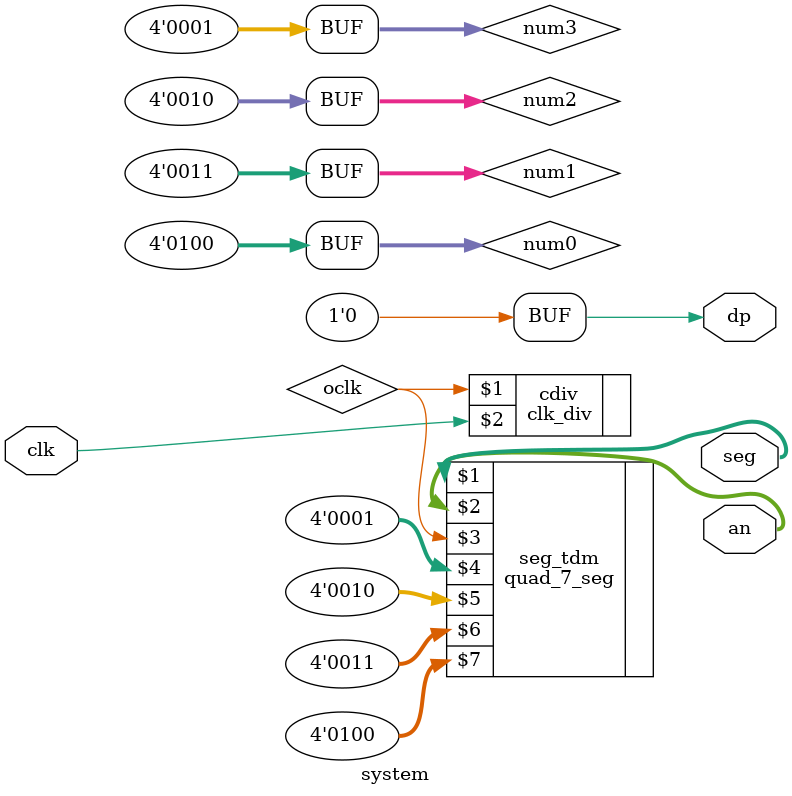
<source format=v>
`timescale 1ns / 1ps

module system(output wire [6:0] seg,
              output wire dp,
              output wire [3:0] an,
              input wire clk);
    wire [3:0] num3;
    wire [3:0] num2;
    wire [3:0] num1;
    wire [3:0] num0;
    
    assign dp = 1'b0;
    assign num3 = 1;
    assign num2 = 2;
    assign num1 = 3;
    assign num0 = 4;
    
    // Clock Divider
    wire oclk;
    clk_div cdiv(oclk, clk);
    
    quad_7_seg seg_tdm(seg, an, oclk, num3, num2, num1, num0);
endmodule

</source>
